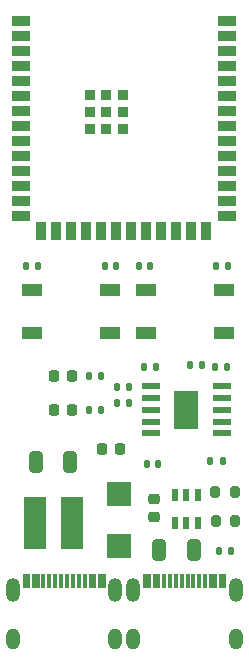
<source format=gbr>
%TF.GenerationSoftware,KiCad,Pcbnew,7.99.0-2389-gf842e6ac7a*%
%TF.CreationDate,2023-09-28T17:07:59+02:00*%
%TF.ProjectId,ESP32 PD Module,45535033-3220-4504-9420-4d6f64756c65,rev?*%
%TF.SameCoordinates,Original*%
%TF.FileFunction,Paste,Top*%
%TF.FilePolarity,Positive*%
%FSLAX46Y46*%
G04 Gerber Fmt 4.6, Leading zero omitted, Abs format (unit mm)*
G04 Created by KiCad (PCBNEW 7.99.0-2389-gf842e6ac7a) date 2023-09-28 17:07:59*
%MOMM*%
%LPD*%
G01*
G04 APERTURE LIST*
G04 Aperture macros list*
%AMRoundRect*
0 Rectangle with rounded corners*
0 $1 Rounding radius*
0 $2 $3 $4 $5 $6 $7 $8 $9 X,Y pos of 4 corners*
0 Add a 4 corners polygon primitive as box body*
4,1,4,$2,$3,$4,$5,$6,$7,$8,$9,$2,$3,0*
0 Add four circle primitives for the rounded corners*
1,1,$1+$1,$2,$3*
1,1,$1+$1,$4,$5*
1,1,$1+$1,$6,$7*
1,1,$1+$1,$8,$9*
0 Add four rect primitives between the rounded corners*
20,1,$1+$1,$2,$3,$4,$5,0*
20,1,$1+$1,$4,$5,$6,$7,0*
20,1,$1+$1,$6,$7,$8,$9,0*
20,1,$1+$1,$8,$9,$2,$3,0*%
G04 Aperture macros list end*
%ADD10RoundRect,0.135000X0.135000X0.185000X-0.135000X0.185000X-0.135000X-0.185000X0.135000X-0.185000X0*%
%ADD11R,0.300000X1.300000*%
%ADD12O,1.200000X1.800000*%
%ADD13O,1.200000X2.000000*%
%ADD14RoundRect,0.218750X-0.218750X-0.256250X0.218750X-0.256250X0.218750X0.256250X-0.218750X0.256250X0*%
%ADD15RoundRect,0.200000X0.200000X0.275000X-0.200000X0.275000X-0.200000X-0.275000X0.200000X-0.275000X0*%
%ADD16R,1.700000X1.000000*%
%ADD17RoundRect,0.250000X0.325000X0.650000X-0.325000X0.650000X-0.325000X-0.650000X0.325000X-0.650000X0*%
%ADD18R,1.500000X0.600000*%
%ADD19R,2.100000X3.300000*%
%ADD20RoundRect,0.225000X-0.225000X-0.250000X0.225000X-0.250000X0.225000X0.250000X-0.225000X0.250000X0*%
%ADD21R,2.000000X2.000000*%
%ADD22RoundRect,0.225000X-0.250000X0.225000X-0.250000X-0.225000X0.250000X-0.225000X0.250000X0.225000X0*%
%ADD23R,1.900000X4.500000*%
%ADD24R,1.500000X0.900000*%
%ADD25R,0.900000X1.500000*%
%ADD26R,0.900000X0.900000*%
%ADD27R,0.530000X0.990000*%
%ADD28RoundRect,0.140000X-0.140000X-0.170000X0.140000X-0.170000X0.140000X0.170000X-0.140000X0.170000X0*%
%ADD29RoundRect,0.140000X0.140000X0.170000X-0.140000X0.170000X-0.140000X-0.170000X0.140000X-0.170000X0*%
%ADD30RoundRect,0.135000X-0.135000X-0.185000X0.135000X-0.185000X0.135000X0.185000X-0.135000X0.185000X0*%
%ADD31RoundRect,0.200000X-0.200000X-0.275000X0.200000X-0.275000X0.200000X0.275000X-0.200000X0.275000X0*%
G04 APERTURE END LIST*
D10*
%TO.C,R12*%
X68760000Y-95700000D03*
X67740000Y-95700000D03*
%TD*%
D11*
%TO.C,USB2*%
X52850000Y-98260000D03*
X53350000Y-98260000D03*
X53850000Y-98260000D03*
X54350000Y-98260000D03*
X54850000Y-98260000D03*
X55350000Y-98260000D03*
X55850000Y-98260000D03*
X56350000Y-98260000D03*
X51250000Y-98260000D03*
X51550000Y-98260000D03*
X52050000Y-98260000D03*
X52350000Y-98260000D03*
X56850000Y-98260000D03*
X57150000Y-98260000D03*
X57650000Y-98260000D03*
X57950000Y-98260000D03*
D12*
X58930000Y-103200000D03*
D13*
X58930000Y-99020000D03*
X50270000Y-99020000D03*
D12*
X50270000Y-103200000D03*
%TD*%
D14*
%TO.C,D3*%
X53712500Y-83750000D03*
X55287500Y-83750000D03*
%TD*%
D15*
%TO.C,R3*%
X67375000Y-90750000D03*
X69025000Y-90750000D03*
%TD*%
D16*
%TO.C,SW2*%
X61500000Y-73590000D03*
X68100000Y-73590000D03*
X61500000Y-77290000D03*
X68100000Y-77290000D03*
%TD*%
D17*
%TO.C,C2*%
X55125000Y-88200000D03*
X52175000Y-88200000D03*
%TD*%
D18*
%TO.C,U4*%
X61950000Y-81750000D03*
X61950000Y-82750000D03*
X61950000Y-83750000D03*
X61950000Y-84750000D03*
X61950000Y-85750000D03*
X67950000Y-85750000D03*
X67950000Y-84750000D03*
X67950000Y-83750000D03*
X67950000Y-82750000D03*
X67950000Y-81750000D03*
D19*
X64950000Y-83750000D03*
%TD*%
D20*
%TO.C,C7*%
X57800000Y-87100000D03*
X59350000Y-87100000D03*
%TD*%
D21*
%TO.C,D1*%
X59250000Y-95250000D03*
X59250000Y-90850000D03*
%TD*%
D22*
%TO.C,C4*%
X62240000Y-91295000D03*
X62240000Y-92845000D03*
%TD*%
D10*
%TO.C,R1*%
X68010000Y-88100000D03*
X66990000Y-88100000D03*
%TD*%
D23*
%TO.C,L1*%
X52150000Y-93300000D03*
X55250000Y-93300000D03*
%TD*%
D24*
%TO.C,U2*%
X50915000Y-50820000D03*
X50915000Y-52090000D03*
X50915000Y-53360000D03*
X50915000Y-54630000D03*
X50915000Y-55900000D03*
X50915000Y-57170000D03*
X50915000Y-58440000D03*
X50915000Y-59710000D03*
X50915000Y-60980000D03*
X50915000Y-62250000D03*
X50915000Y-63520000D03*
X50915000Y-64790000D03*
X50915000Y-66060000D03*
X50915000Y-67330000D03*
D25*
X52680000Y-68580000D03*
X53950000Y-68580000D03*
X55220000Y-68580000D03*
X56490000Y-68580000D03*
X57760000Y-68580000D03*
X59030000Y-68580000D03*
X60300000Y-68580000D03*
X61570000Y-68580000D03*
X62840000Y-68580000D03*
X64110000Y-68580000D03*
X65380000Y-68580000D03*
X66650000Y-68580000D03*
D24*
X68415000Y-67330000D03*
X68415000Y-66060000D03*
X68415000Y-64790000D03*
X68415000Y-63520000D03*
X68415000Y-62250000D03*
X68415000Y-60980000D03*
X68415000Y-59710000D03*
X68415000Y-58440000D03*
X68415000Y-57170000D03*
X68415000Y-55900000D03*
X68415000Y-54630000D03*
X68415000Y-53360000D03*
X68415000Y-52090000D03*
X68415000Y-50820000D03*
D26*
X56765000Y-57140000D03*
X56765000Y-58540000D03*
X56765000Y-59940000D03*
X58165000Y-57140000D03*
X58165000Y-58540000D03*
X58165000Y-59940000D03*
X59565000Y-57140000D03*
X59565000Y-58540000D03*
X59565000Y-59940000D03*
%TD*%
D10*
%TO.C,R11*%
X60100000Y-83200000D03*
X59080000Y-83200000D03*
%TD*%
%TO.C,R7*%
X57710000Y-80900000D03*
X56690000Y-80900000D03*
%TD*%
%TO.C,R10*%
X60110000Y-81850000D03*
X59090000Y-81850000D03*
%TD*%
D27*
%TO.C,U3*%
X65900000Y-93300000D03*
X64950000Y-93300000D03*
X64000000Y-93300000D03*
X64000000Y-91000000D03*
X64950000Y-91000000D03*
X65900000Y-91000000D03*
%TD*%
D13*
%TO.C,USB1*%
X60470000Y-99020000D03*
X69130000Y-99020000D03*
D12*
X69130000Y-103200000D03*
X60470000Y-103200000D03*
D11*
X61450000Y-98260000D03*
X62250000Y-98260000D03*
X63550000Y-98260000D03*
X64550000Y-98260000D03*
X65050000Y-98260000D03*
X66050000Y-98260000D03*
X67350000Y-98260000D03*
X68150000Y-98260000D03*
X67850000Y-98260000D03*
X67050000Y-98260000D03*
X66550000Y-98260000D03*
X65550000Y-98260000D03*
X64050000Y-98260000D03*
X63050000Y-98260000D03*
X62550000Y-98260000D03*
X61750000Y-98260000D03*
%TD*%
D28*
%TO.C,C5*%
X58020000Y-71600000D03*
X58980000Y-71600000D03*
%TD*%
D29*
%TO.C,C6*%
X61900000Y-71600000D03*
X60940000Y-71600000D03*
%TD*%
D30*
%TO.C,R5*%
X51340000Y-71600000D03*
X52360000Y-71600000D03*
%TD*%
%TO.C,R9*%
X65250000Y-79950000D03*
X66270000Y-79950000D03*
%TD*%
D28*
%TO.C,C1*%
X61400000Y-80150000D03*
X62360000Y-80150000D03*
%TD*%
D30*
%TO.C,R6*%
X67490000Y-71600000D03*
X68510000Y-71600000D03*
%TD*%
D17*
%TO.C,C3*%
X65575000Y-95600000D03*
X62625000Y-95600000D03*
%TD*%
D28*
%TO.C,C8*%
X61620000Y-88350000D03*
X62580000Y-88350000D03*
%TD*%
D14*
%TO.C,D2*%
X53712500Y-80900000D03*
X55287500Y-80900000D03*
%TD*%
D31*
%TO.C,R4*%
X69075000Y-93150000D03*
X67425000Y-93150000D03*
%TD*%
D16*
%TO.C,SW1*%
X51870000Y-73590000D03*
X58470000Y-73590000D03*
X51870000Y-77290000D03*
X58470000Y-77290000D03*
%TD*%
D30*
%TO.C,R2*%
X67400000Y-80150000D03*
X68420000Y-80150000D03*
%TD*%
D10*
%TO.C,R8*%
X57710000Y-83750000D03*
X56690000Y-83750000D03*
%TD*%
M02*

</source>
